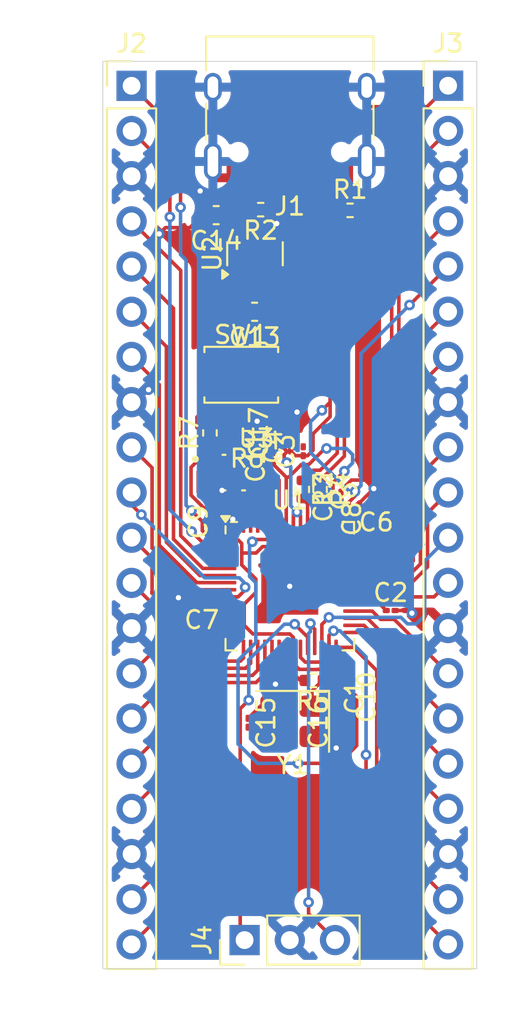
<source format=kicad_pcb>
(kicad_pcb (version 20241229) (generator "pcbnew") (generator_version "9.0")
  (layers (0 "F.Cu" signal) (2 "B.Cu" signal) (13 "F.Paste" user) (15 "B.Paste" user) (5 "F.SilkS" user "F.Silkscreen") (7 "B.SilkS" user "B.Silkscreen") (1 "F.Mask" user) (3 "B.Mask" user) (25 "Edge.Cuts" user))
  (net 0 "")
  (net 1 "+3V3")
  (net 2 "GND")
  (net 3 "+1V1")
  (net 4 "VBUS")
  (net 5 "XIN")
  (net 6 "Net-(C16-Pad2)")
  (net 7 "Net-(J1-CC2)")
  (net 8 "USB_D-")
  (net 9 "Net-(J1-CC1)")
  (net 10 "USB_D+")
  (net 11 "GPIO15")
  (net 12 "GPIO7")
  (net 13 "GPIO12")
  (net 14 "GPIO0")
  (net 15 "GPIO1")
  (net 16 "GPIO10")
  (net 17 "GPIO13")
  (net 18 "GPIO3")
  (net 19 "GPIO11")
  (net 20 "GPIO2")
  (net 21 "GPIO9")
  (net 22 "GPIO4")
  (net 23 "GPIO6")
  (net 24 "GPIO8")
  (net 25 "GPIO5")
  (net 26 "GPIO14")
  (net 27 "GPIO25")
  (net 28 "GPIO17")
  (net 29 "GPIO23")
  (net 30 "GPIO16")
  (net 31 "GPIO18")
  (net 32 "GPIO22")
  (net 33 "GPIO21")
  (net 34 "GPIO19")
  (net 35 "GPIO24")
  (net 36 "GPIO27_ADC1")
  (net 37 "GPIO26_ADC0")
  (net 38 "RUN")
  (net 39 "GPIO28_ADC2")
  (net 40 "GPIO20")
  (net 41 "SWD")
  (net 42 "SWCLK")
  (net 43 "Net-(U1-USB_DP)")
  (net 44 "Net-(U1-USB_DM)")
  (net 45 "XOUT")
  (net 46 "QSPI_SS")
  (net 47 "Net-(R7-Pad1)")
  (net 48 "QSPI_SCLK")
  (net 49 "QSPI_SD0")
  (net 50 "QSPI_SD1")
  (net 51 "QSPI_SD3")
  (net 52 "QSPI_SD2")
  (net 53 "GPIO29_ADC3")
  (footprint "Capacitor_SMD:C_01005_0402Metric" (layer "F.Cu") (at 205.78 95.02 -90)
    (property "Reference" "C1")
    (property "Value" "1uF")
  )
  (footprint "Capacitor_SMD:C_0603_1608Metric" (layer "F.Cu") (at 201.17 73.36 180)
    (property "Reference" "C13")
    (property "Value" "10uF")
  )
  (footprint "Capacitor_SMD:C_01005_0402Metric" (layer "F.Cu") (at 206.02 83.75 90)
    (property "Reference" "C12")
    (property "Value" "C")
  )
  (footprint "Connector_PinHeader_2.54mm:PinHeader_1x03_P2.54mm_Vertical" (layer "F.Cu") (at 200.605 108.675 90)
    (property "Reference" "J4")
    (property "Value" "Conn_01x03")
  )
  (footprint "Resistor_SMD:R_0402_1005Metric" (layer "F.Cu") (at 198.66 80.17 90)
    (property "Reference" "R7")
    (property "Value" "1K")
  )
  (footprint "Connector_PinHeader_2.54mm:PinHeader_1x20_P2.54mm_Vertical" (layer "F.Cu") (at 212.035 60.655)
    (property "Reference" "J3")
    (property "Value" "Conn_01x20")
  )
  (footprint "Capacitor_SMD:C_0603_1608Metric" (layer "F.Cu") (at 199.01 67.93 180)
    (property "Reference" "C14")
    (property "Value" "10uF")
  )
  (footprint "Resistor_SMD:R_0402_1005Metric" (layer "F.Cu") (at 203.845 83.3475 -90)
    (property "Reference" "R3")
    (property "Value" "27")
  )
  (footprint "Capacitor_SMD:C_01005_0402Metric" (layer "F.Cu") (at 208 86.19)
    (property "Reference" "C6")
    (property "Value" "0.1uF")
  )
  (footprint "Capacitor_SMD:C_01005_0402Metric" (layer "F.Cu") (at 203.9 81.2 90)
    (property "Reference" "C3")
    (property "Value" "0.1uF")
  )
  (footprint "Resistor_SMD:R_0402_1005Metric" (layer "F.Cu") (at 204.47 94.08 180)
    (property "Reference" "R5")
    (property "Value" "1K")
  )
  (footprint "Capacitor_SMD:C_01005_0402Metric" (layer "F.Cu") (at 206.45 95.02 -90)
    (property "Reference" "C10")
    (property "Value" "C")
  )
  (footprint "Capacitor_SMD:C_01005_0402Metric" (layer "F.Cu") (at 208.81 90.15)
    (property "Reference" "C2")
    (property "Value" "0.1uF")
  )
  (footprint "Resistor_SMD:R_0402_1005Metric" (layer "F.Cu") (at 201.51 67.62 180)
    (property "Reference" "R2")
    (property "Value" "5.1K")
  )
  (footprint "Capacitor_SMD:C_01005_0402Metric" (layer "F.Cu") (at 205.75 96.49 90)
    (property "Reference" "C16")
    (property "Value" "33pF")
  )
  (footprint "Connector_PinHeader_2.54mm:PinHeader_1x20_P2.54mm_Vertical" (layer "F.Cu") (at 194.26 60.66)
    (property "Reference" "J2")
    (property "Value" "Conn_01x20")
  )
  (footprint "Connector_USB:USB_C_Receptacle_HRO_TYPE-C-31-M-12" (layer "F.Cu") (at 203.145 61.785 180)
    (property "Reference" "J1")
    (property "Value" "USB_C_Receptacle_USB2.0_14P")
  )
  (footprint "Capacitor_SMD:C_01005_0402Metric" (layer "F.Cu") (at 202.4 80.15 90)
    (property "Reference" "C17")
    (property "Value" "0.1uF")
  )
  (footprint "Capacitor_SMD:C_01005_0402Metric" (layer "F.Cu") (at 207.63 84.994999 90)
    (property "Reference" "C8")
    (property "Value" "0.1uF")
  )
  (footprint "Resistor_SMD:R_0402_1005Metric" (layer "F.Cu") (at 206.53 67.66)
    (property "Reference" "R1")
    (property "Value" "5.1K")
  )
  (footprint "Resistor_SMD:R_0402_1005Metric" (layer "F.Cu") (at 200.76 80.44 180)
    (property "Reference" "R6")
    (property "Value" "10K")
  )
  (footprint "Capacitor_SMD:C_01005_0402Metric" (layer "F.Cu") (at 200.81 96.46 -90)
    (property "Reference" "C15")
    (property "Value" "33pF")
  )
  (footprint "Capacitor_SMD:C_01005_0402Metric" (layer "F.Cu") (at 206.818751 84.342771 45)
    (property "Reference" "C5")
    (property "Value" "0.1uF")
  )
  (footprint "Button_Switch_SMD:SW_Push_SPST_NO_Alps_SKRK" (layer "F.Cu") (at 200.42 76.9)
    (property "Reference" "SW1")
    (property "Value" "SW_Push")
  )
  (footprint "Package_TO_SOT_SMD:SOT-23" (layer "F.Cu") (at 201.19 70.1 90)
    (property "Reference" "U2")
    (property "Value" "MCP1700x-330xxTT")
  )
  (footprint "Capacitor_SMD:C_01005_0402Metric" (layer "F.Cu") (at 203.2 80.94 90)
    (property "Reference" "C4")
    (property "Value" "0.1uF")
  )
  (footprint "Resistor_SMD:R_0402_1005Metric" (layer "F.Cu") (at 204.845 83.3475 -90)
    (property "Reference" "R4")
    (property "Value" "27")
  )
  (footprint "Crystal:Crystal_SMD_3225-4Pin_3.2x2.5mm" (layer "F.Cu") (at 203.29 96.38 180)
    (property "Reference" "Y1")
    (property "Value" "12 MHz")
  )
  (footprint "Package_DFN_QFN:QFN-56-1EP_7x7mm_P0.4mm_EP3.2x3.2mm" (layer "F.Cu") (at 203.145 88.785)
    (property "Reference" "U1")
    (property "Value" "RP2040")
  )
  (footprint "Capacitor_SMD:C_01005_0402Metric" (layer "F.Cu") (at 199.01 85.17 90)
    (property "Reference" "C9")
    (property "Value" "0.1uF")
  )
  (footprint "Capacitor_SMD:C_01005_0402Metric" (layer "F.Cu") (at 202.23 81.52 90)
    (property "Reference" "C11")
    (property "Value" "C")
  )
  (footprint "Capacitor_SMD:C_01005_0402Metric" (layer "F.Cu") (at 198.2 89.68 180)
    (property "Reference" "C7")
    (property "Value" "0.1uF")
  )
  (footprint "W25Q16JVUXIQ_TR:IC_W25Q16JVUXIQ_TR" (layer "F.Cu") (at 200 82.4)
    (property "Reference" "U3")
    (property "Value" "W25Q16JVZPIQ TR")
  )
  (gr_rect (start 192.645 59.285) (end 213.645 110.285) (stroke (width 0.05)) (fill no) (layer "Edge.Cuts"))
  (segment (start 199.7075 85.7075) (end 199.7075 86.185) (width 0.2) (layer "F.Cu") (net 1))
  (segment (start 205.68 86.552226) (end 206.048226 86.184) (width 0.2) (layer "F.Cu") (net 1))
  (segment (start 202.83 81.69527) (end 202.83 81.39) (width 0.2) (layer "F.Cu") (net 1))
  (segment (start 203.345 91.665) (end 203.15 91.47) (width 0.2) (layer "F.Cu") (net 1))
  (segment (start 200.246 86.185) (end 199.7075 86.185) (width 0.2) (layer "F.Cu") (net 1))
  (segment (start 206.045 89.785) (end 205.68 89.42) (width 0.2) (layer "F.Cu") (net 1))
  (segment (start 204.95 78.9) (end 204.95 78.952) (width 0.2) (layer "F.Cu") (net 1))
  (segment (start 206.876607 83.647103) (end 206.476637 84.047073) (width 0.2) (layer "F.Cu") (net 1))
  (segment (start 212.035 70.815) (end 209.87 72.98) (width 0.2) (layer "F.Cu") (net 1))
  (segment (start 200.446 86.92) (end 200.446 86.385) (width 0.2) (layer "F.Cu") (net 1))
  (segment (start 204.95 78.9) (end 205.408 78.442) (width 0.2) (layer "F.Cu") (net 1))
  (segment (start 203.745 84.817064) (end 203.545 84.617064) (width 0.2) (layer "F.Cu") (net 1))
  (segment (start 208.195 89.785) (end 206.5825 89.785) (width 0.2) (layer "F.Cu") (net 1))
  (segment (start 200.58396 89.79004) (end 200.589 89.785) (width 0.2) (layer "F.Cu") (net 1))
  (segment (start 206.5825 89.785) (end 206.045 89.785) (width 0.2) (layer "F.Cu") (net 1))
  (segment (start 201.25 81.65) (end 201.25 80.459999) (width 0.2) (layer "F.Cu") (net 1))
  (segment (start 204.649659 93.47) (end 204.290341 93.47) (width 0.2) (layer "F.Cu") (net 1))
  (segment (start 199.7075 89.785) (end 200.589 89.785) (width 0.2) (layer "F.Cu") (net 1))
  (segment (start 207.75 86.19) (end 207.75 85.364999) (width 0.2) (layer "F.Cu") (net 1))
  (segment (start 206.476637 84.047073) (end 206.476637 84.354211) (width 0.2) (layer "F.Cu") (net 1))
  (segment (start 204.290341 93.47) (end 204.279341 93.459) (width 0.2) (layer "F.Cu") (net 1))
  (segment (start 198.555 89.785) (end 198.45 89.68) (width 0.2) (layer "F.Cu") (net 1))
  (segment (start 205.685 86.185) (end 206.03 86.185) (width 0.2) (layer "F.Cu") (net 1))
  (segment (start 203.679 93.459) (end 203.345 93.125) (width 0.2) (layer "F.Cu") (net 1))
  (segment (start 201.269999 80.44) (end 200.69 79.860001) (width 0.2) (layer "F.Cu") (net 1))
  (segment (start 204.14 81.45) (end 204.45 81.14) (width 0.2) (layer "F.Cu") (net 1))
  (segment (start 205.408 78.442) (end 205.408 78.44) (width 0.2) (layer "F.Cu") (net 1))
  (segment (start 205.78 93.939661) (end 205.299339 93.459) (width 0.2) (layer "F.Cu") (net 1))
  (segment (start 200.58396 90.98089) (end 200.58396 89.79004) (width 0.2) (layer "F.Cu") (net 1))
  (segment (start 202.966176 81.19) (end 203.2 81.19) (width 0.2) (layer "F.Cu") (net 1))
  (segment (start 209.87 72.98) (end 209.869 72.98) (width 0.2) (layer "F.Cu") (net 1))
  (segment (start 201.60991 86.561) (end 202.8961 86.561) (width 0.2) (layer "F.Cu") (net 1))
  (segment (start 204.279341 93.459) (end 203.679 93.459) (width 0.2) (layer "F.Cu") (net 1))
  (segment (start 203.345 84.901) (end 203.345 85.3475) (width 0.2) (layer "F.Cu") (net 1))
  (segment (start 208.56 90.15) (end 208.195 89.785) (width 0.2) (layer "F.Cu") (net 1))
  (segment (start 199.42 85.42) (end 199.7075 85.7075) (width 0.2) (layer "F.Cu") (net 1))
  (segment (start 206.03 86.185) (end 206.5825 86.185) (width 0.2) (layer "F.Cu") (net 1))
  (segment (start 205.408 79.262) (end 205.408 78.442) (width 0.2) (layer "F.Cu") (net 1))
  (segment (start 204.45 81.14) (end 204.45 80.22) (width 0.2) (layer "F.Cu") (net 1))
  (segment (start 205.345 85.845) (end 205.685 86.185) (width 0.2) (layer "F.Cu") (net 1))
  (segment (start 206.048226 86.184) (end 206.1 86.184) (width 0.2) (layer "F.Cu") (net 1))
  (segment (start 199.7075 89.785) (end 198.555 89.785) (width 0.2) (layer "F.Cu") (net 1))
  (segment (start 202.501 78.920943) (end 202.99 79.409943) (width 0.2) (layer "F.Cu") (net 1))
  (segment (start 205.345 85.3475) (end 205.345 85.845) (width 0.2) (layer "F.Cu") (net 1))
  (segment (start 207.75 85.364999) (end 207.63 85.244999) (width 0.2) (layer "F.Cu") (net 1))
  (segment (start 206.809265 83.459265) (end 206.876607 83.526607) (width 0.2) (layer "F.Cu") (net 1))
  (segment (start 203.46 81.45) (end 203.2 81.19) (width 0.2) (layer "F.Cu") (net 1))
  (segment (start 201.945 73.36) (end 205.408 76.823) (width 0.2) (layer "F.Cu") (net 1))
  (segment (start 201.23795 88.380176) (end 200.446 87.588226) (width 0.2) (layer "F.Cu") (net 1))
  (segment (start 206.476637 84.354211) (end 206.641974 84.519548) (width 0.2) (layer "F.Cu") (net 1))
  (segment (start 199.01 85.42) (end 199.42 85.42) (width 0.2) (layer "F.Cu") (net 1))
  (segment (start 202.633824 80.4) (end 202.74 80.506176) (width 0.2) (layer "F.Cu") (net 1))
  (segment (start 202.83 81.39) (end 203.03 81.19) (width 0.2) (layer "F.Cu") (net 1))
  (segment (start 205.299339 93.459) (end 204.660659 93.459) (width 0.2) (layer "F.Cu") (net 1))
  (segment (start 207.367425 85.244999) (end 206.641974 84.519548) (width 0.2) (layer "F.Cu") (net 1))
  (segment (start 200.446 86.92) (end 201.25091 86.92) (width 0.2) (layer "F.Cu") (net 1))
  (segment (start 200.589 89.785) (end 200.96 89.414) (width 0.2) (layer "F.Cu") (net 1))
  (segment (start 201.07307 91.47) (end 200.58396 90.98089) (width 0.2) (layer "F.Cu") (net 1))
  (segment (start 203.03 81.19) (end 203.2 81.19) (width 0.2) (layer "F.Cu") (net 1))
  (segment (start 203.482936 84.617064) (end 203.346 84.754) (width 0.2) (layer "F.Cu") (net 1))
  (segment (start 207.63 85.244999) (end 207.367425 85.244999) (width 0.2) (layer "F.Cu") (net 1))
  (segment (start 199.7075 86.185) (end 199.7235 86.169) (width 0.2) (layer "F.Cu") (net 1))
  (segment (start 203.346 84.754) (end 203.346 84.9) (width 0.2) (layer "F.Cu") (net 1))
  (segment (start 202.74 80.506176) (end 202.74 80.963824) (width 0.2) (layer "F.Cu") (net 1))
  (segment (start 205.408 76.823) (end 205.408 78.44) (width 0.2) (layer "F.Cu") (net 1))
  (segment (start 200.899 78.911) (end 202.501 78.911) (width 0.2) (layer "F.Cu") (net 1))
  (segment (start 205.814022 85.3475) (end 206.641974 84.519548) (width 0.2) (layer "F.Cu") (net 1))
  (segment (start 205.68 89.42) (end 205.68 86.552226) (width 0.2) (layer "F.Cu") (net 1))
  (segment (start 206.5825 86.185) (end 207.745 86.185) (width 0.2) (layer "F.Cu") (net 1))
  (segment (start 205.745 85.3475) (end 205.814022 85.3475) (width 0.2) (layer "F.Cu") (net 1))
  (segment (start 203.9 81.45) (end 203.46 81.45) (width 0.2) (layer "F.Cu") (net 1))
  (segment (start 200.446 87.588226) (end 200.446 86.92) (width 0.2) (layer "F.Cu") (net 1))
  (segment (start 203.15 91.47) (end 201.07307 91.47) (width 0.2) (layer "F.Cu") (net 1))
  (segment (start 202.501 78.911) (end 202.501 78.920943) (width 0.2) (layer "F.Cu") (net 1))
  (segment (start 200.96 89.414) (end 200.96 89.41) (width 0.2) (layer "F.Cu") (net 1))
  (segment (start 202.99 79.409943) (end 202.99 80.043824) (width 0.2) (layer "F.Cu") (net 1))
  (segment (start 203.345 93.125) (end 203.345 92.2225) (width 0.2) (layer "F.Cu") (net 1))
  (segment (start 206.876607 83.526607) (end 206.876607 83.647103) (width 0.2) (layer "F.Cu") (net 1))
  (segment (start 204.45 80.22) (end 205.408 79.262) (width 0.2) (layer "F.Cu") (net 1))
  (segment (start 203.745 85.3475) (end 203.745 84.817064) (width 0.2) (layer "F.Cu") (net 1))
  (segment (start 203.345 86.1121) (end 203.345 85.3475) (width 0.2) (layer "F.Cu") (net 1))
  (segment (start 200.69 79.860001) (end 200.69 79.12) (width 0.2) (layer "F.Cu") (net 1))
  (segment (start 201.269999 80.44) (end 201.399999 80.57) (width 0.2) (layer "F.Cu") (net 1))
  (segment (start 203.545 84.617064) (end 203.482936 84.617064) (width 0.2) (layer "F.Cu") (net 1))
  (segment (start 202.8961 86.561) (end 203.345 86.1121) (width 0.2) (layer "F.Cu") (net 1))
  (segment (start 203.9 81.45) (end 204.14 81.45) (width 0.2) (layer "F.Cu") (net 1))
  (segment (start 202.99 80.043824) (end 202.633824 80.4) (width 0.2) (layer "F.Cu") (net 1))
  (segment (start 205.78 94.77) (end 205.78 93.939661) (width 0.2) (layer "F.Cu") (net 1))
  (segment (start 201.25091 86.92) (end 201.60991 86.561) (width 0.2) (layer "F.Cu") (net 1))
  (segment (start 201.25 80.459999) (end 201.269999 80.44) (width 0.2) (layer "F.Cu") (net 1))
  (segment (start 200.69 79.12) (end 200.899 78.911) (width 0.2) (layer "F.Cu") (net 1))
  (segment (start 203.345 92.2225) (end 203.345 91.665) (width 0.2) (layer "F.Cu") (net 1))
  (segment (start 202.972365 81.837635) (end 202.83 81.69527) (width 0.2) (layer "F.Cu") (net 1))
  (segment (start 203.346 84.9) (end 203.345 84.901) (width 0.2) (layer "F.Cu") (net 1))
  (segment (start 207.745 86.185) (end 207.75 86.19) (width 0.2) (layer "F.Cu") (net 1))
  (segment (start 200.96 89.41) (end 201.23795 89.13205) (width 0.2) (layer "F.Cu") (net 1))
  (segment (start 202.633824 80.4) (end 202.4 80.4) (width 0.2) (layer "F.Cu") (net 1))
  (segment (start 204.660659 93.459) (end 204.649659 93.47) (width 0.2) (layer "F.Cu") (net 1))
  (segment (start 200.446 86.385) (end 200.246 86.185) (width 0.2) (layer "F.Cu") (net 1))
  (segment (start 201.23795 89.13205) (end 201.23795 88.380176) (width 0.2) (layer "F.Cu") (net 1))
  (segment (start 202.74 80.963824) (end 202.966176 81.19) (width 0.2) (layer "F.Cu") (net 1))
  (via (at 206.809265 83.459265) (size 0.6) (drill 0.3) (layers "F.Cu" "B.Cu") (net 1))
  (via (at 203.545 84.617064) (size 0.6) (drill 0.3) (layers "F.Cu" "B.Cu") (net 1))
  (via (at 209.869 72.98) (size 0.6) (drill 0.3) (layers "F.Cu" "B.Cu") (net 1))
  (via (at 204.95 78.9) (size 0.6) (drill 0.3) (layers "F.Cu" "B.Cu") (net 1))
  (via (at 202.972365 81.837635) (size 0.6) (drill 0.3) (layers "F.Cu" "B.Cu") (net 1))
  (segment (start 204.31 81.27) (end 206.499265 83.459265) (width 0.2) (layer "B.Cu") (net 1))
  (segment (start 207.14 83.12853) (end 206.809265 83.459265) (width 0.2) (layer "B.Cu") (net 1))
  (segment (start 202.972365 81.837635) (end 203.2 82.06527) (width 0.2) (layer "B.Cu") (net 1))
  (segment (start 204.95 78.9) (end 204.31 79.54) (width 0.2) (layer "B.Cu") (net 1))
  (segment (start 209.869 72.98) (end 207.14 75.709) (width 0.2) (layer "B.Cu") (net 1))
  (segment (start 203.2 84.272065) (end 203.545 84.617064) (width 0.2) (layer "B.Cu") (net 1))
  (segment (start 207.14 75.709) (end 207.14 83.12853) (width 0.2) (layer "B.Cu") (net 1))
  (segment (start 206.499265 83.459265) (end 206.809265 83.459265) (width 0.2) (layer "B.Cu") (net 1))
  (segment (start 204.31 79.54) (end 204.31 81.27) (width 0.2) (layer "B.Cu") (net 1))
  (segment (start 203.2 82.06527) (end 203.2 84.272065) (width 0.2) (layer "B.Cu") (net 1))
  (segment (start 203.55 79) (end 203.55 80.34) (width 0.2) (layer "F.Cu") (net 2))
  (segment (start 199.31 66.64) (end 198.18 66.64) (width 0.2) (layer "F.Cu") (net 2))
  (segment (start 199.895 66.055) (end 199.31 66.64) (width 0.2) (layer "F.Cu") (net 2))
  (segment (start 194.511265 78.44) (end 195.212 77.739265) (width 0.2) (layer "F.Cu") (net 2))
  (segment (start 205.78 95.536176) (end 206.201 95.957176) (width 0.2) (layer "F.Cu") (net 2))
  (segment (start 206.6 82.82) (end 207.38 82.82) (width 0.2) (layer "F.Cu") (net 2))
  (segment (start 201.49 95.53) (end 200.81 96.21) (width 0.2) (layer "F.Cu") (net 2))
  (segment (start 206.995528 84.164472) (end 207.86 83.3) (width 0.2) (layer "F.Cu") (net 2))
  (segment (start 204.39 97.23) (end 205.26 97.23) (width 0.2) (layer "F.Cu") (net 2))
  (segment (start 198.75 83.15) (end 199.09 83.15) (width 0.2) (layer "F.Cu") (net 2))
  (segment (start 206.02 83.5) (end 206.02 83.4) (width 0.2) (layer "F.Cu") (net 2))
  (segment (start 202.23 81.27) (end 201.949 80.989) (width 0.2) (layer "F.Cu") (net 2))
  (segment (start 201.699 79.9) (end 201.31 79.511) (width 0.2) (layer "F.Cu") (net 2))
  (segment (start 202.19 95.53) (end 201.49 95.53) (width 0.2) (layer "F.Cu") (net 2))
  (segment (start 206.45 95.27) (end 205.78 95.27) (width 0.2) (layer "F.Cu") (net 2))
  (segment (start 206.201 96.522824) (end 205.983824 96.74) (width 0.2) (layer "F.Cu") (net 2))
  (segment (start 201.949 80.989) (end 201.949 80.15) (width 0.2) (layer "F.Cu") (net 2))
  (segment (start 199.01 84.92) (end 199.47 84.92) (width 0.2) (layer "F.Cu") (net 2))
  (segment (start 201.949 80.15) (end 201.699 79.9) (width 0.2) (layer "F.Cu") (net 2))
  (segment (start 205.75 96.74) (end 205.75 97.88) (width 0.2) (layer "F.Cu") (net 2))
  (segment (start 208.25 84.9) (end 208.25 86.19) (width 0.2) (layer "F.Cu") (net 2))
  (segment (start 207.86 83.3) (end 207.86 84.514999) (width 0.2) (layer "F.Cu") (net 2))
  (segment (start 203.145 88.785) (end 203.14 88.79) (width 0.2) (layer "F.Cu") (net 2))
  (segment (start 207.38 82.82) (end 207.86 83.3) (width 0.2) (layer "F.Cu") (net 2))
  (segment (start 205.26 97.23) (end 205.75 96.74) (width 0.2) (layer "F.Cu") (net 2))
  (segment (start 207.86 84.514999) (end 207.63 84.744999) (width 0.2) (layer "F.Cu") (net 2))
  (segment (start 195.81 68.981473) (end 196.160473 68.631) (width 0.2) (layer "F.Cu") (net 2))
  (segment (start 197.14 89.68) (end 196.89 89.43) (width 0.2) (layer "F.Cu") (net 2))
  (segment (start 198.18 66.64) (end 198.11 66.57) (width 0.2) (layer "F.Cu") (net 2))
  (segment (start 201.026969 67.62) (end 201.806969 68.4) (width 0.2) (layer "F.Cu") (net 2))
  (segment (start 199.47 84.92) (end 199.62 85.07) (width 0.2) (layer "F.Cu") (net 2))
  (segment (start 206.201 95.957176) (end 206.201 96.522824) (width 0.2) (layer "F.Cu") (net 2))
  (segment (start 202.4 79.9) (end 201.699 79.9) (width 0.2) (layer "F.Cu") (net 2))
  (segment (start 201.806969 68.4) (end 202.41 68.4) (width 0.2) (layer "F.Cu") (net 2))
  (segment (start 206.02 83.4) (end 206.6 82.82) (width 0.2) (layer "F.Cu") (net 2))
  (segment (start 197.534 68.631) (end 198.235 67.93) (width 0.2) (layer "F.Cu") (net 2))
  (segment (start 207.7225 84.652499) (end 208.002499 84.652499) (width 0.2) (layer "F.Cu") (net 2))
  (segment (start 209.06 90.15) (end 209.85 90.15) (width 0.2) (layer "F.Cu") (net 2))
  (segment (start 199.895 65.83) (end 199.895 66.055) (width 0.2) (layer "F.Cu") (net 2))
  (segment (start 205.983824 96.74) (end 205.75 96.74) (width 0.2) (layer "F.Cu") (net 2))
  (segment (start 201.000001 67.62) (end 201.026969 67.62) (width 0.2) (layer "F.Cu") (net 2))
  (segment (start 199.895 85.07) (end 199.945 85.02) (width 0.2) (layer "F.Cu") (net 2))
  (segment (start 206.995528 84.165994) (end 206.995528 84.164472) (width 0.2) (layer "F.Cu") (net 2))
  (segment (start 203.55 80.34) (end 203.2 80.69) (width 0.2) (layer "F.Cu") (net 2))
  (segment (start 202.145 92.2225) (end 202.145 94.095) (width 0.2) (layer "F.Cu") (net 2))
  (segment (start 207.63 84.744999) (end 207.7225 84.652499) (width 0.2) (layer "F.Cu") (net 2))
  (segment (start 196.160473 68.631) (end 197.534 68.631) (width 0.2) (layer "F.Cu") (net 2))
  (segment (start 194.26 78.44) (end 194.511265 78.44) (width 0.2) (layer "F.Cu") (net 2))
  (segment (start 202.145 94.095) (end 202.34 94.29) (width 0.2) (layer "F.Cu") (net 2))
  (segment (start 205.78 95.27) (end 205.78 95.536176) (width 0.2) (layer "F.Cu") (net 2))
  (segment (start 197.95 89.68) (end 197.14 89.68) (width 0.2) (layer "F.Cu") (net 2))
  (segment (start 208.002499 84.652499) (end 208.25 84.9) (width 0.2) (layer "F.Cu") (net 2))
  (segment (start 199.09 83.15) (end 199.34 83.4) (width 0.2) (layer "F.Cu") (net 2))
  (segment (start 209.85 90.15) (end 210 90.3) (width 0.2) (layer "F.Cu") (net 2))
  (segment (start 199.62 85.07) (end 199.895 85.07) (width 0.2) (layer "F.Cu") (net 2))
  (via (at 199.945 85.02) (size 0.6) (drill 0.3) (layers "F.Cu" "B.Cu") (net 2))
  (via (at 199.34 83.4) (size 0.6) (drill 0.3) (layers "F.Cu" "B.Cu") (net 2))
  (via (at 202.34 94.29) (size 0.6) (drill 0.3) (layers "F.Cu" "B.Cu") (net 2))
  (via (at 201.31 79.511) (size 0.6) (drill 0.3) (layers "F.Cu" "B.Cu") (net 2))
  (via (at 202.41 68.4) (size 0.6) (drill 0.3) (layers "F.Cu" "B.Cu") (net 2))
  (via (at 210 90.3) (size 0.6) (drill 0.3) (layers "F.Cu" "B.Cu") (net 2))
  (via (at 203.55 79) (size 0.6) (drill 0.3) (layers "F.Cu" "B.Cu") (net 2))
  (via (at 195.212 77.739265) (size 0.6) (drill 0.3) (layers "F.Cu" "B.Cu") (net 2))
  (via (at 195.81 68.981473) (size 0.6) (drill 0.3) (layers "F.Cu" "B.Cu") (net 2))
  (via (at 198.11 66.57) (size 0.6) (drill 0.3) (layers "F.Cu" "B.Cu") (net 2))
  (via (at 196.89 89.43) (size 0.6) (drill 0.3) (layers "F.Cu" "B.Cu") (net 2))
  (via (at 203.14 88.79) (size 0.6) (drill 0.3) (layers "F.Cu" "B.Cu") (net 2))
  (via (at 207.86 83.3) (size 0.6) (drill 0.3) (layers "F.Cu" "B.Cu") (net 2))
  (via (at 205.75 97.88) (size 0.6) (drill 0.3) (layers "F.Cu" "B.Cu") (net 2))
  (segment (start 200.23 84.29) (end 199.34 83.4) (width 0.2) (layer "B.Cu") (net 2))
  (segment (start 200.23 84.735) (end 200.23 84.29) (width 0.2) (layer "B.Cu") (net 2))
  (segment (start 195.212 77.739265) (end 195.81 77.141265) (width 0.2) (layer "B.Cu") (net 2))
  (segment (start 199.945 85.02) (end 200.23 84.735) (width 0.2) (layer "B.Cu") (net 2))
  (segment (start 195.81 77.141265) (end 195.81 68.981473) (width 0.2) (layer "B.Cu") (net 2))
  (segment (start 201.160966 86.16) (end 202.73 86.16) (width 0.2) (layer "F.Cu") (net 3))
  (segment (start 201.03737 86.283597) (end 201.160966 86.16) (width 0.2) (layer "F.Cu") (net 3))
  (segment (start 203.745 92.2225) (end 203.745 92.785) (width 0.2) (layer "F.Cu") (net 3))
  (segment (start 203.083361 82.6588) (end 203.791161 81.951) (width 0.2) (layer "F.Cu") (net 3))
  (segment (start 205.23 84.52) (end 205.6 84.52) (width 0.2) (layer "F.Cu") (net 3))
  (segment (start 206.901 97.749) (end 206.901 94.987176) (width 0.2) (layer "F.Cu") (net 3))
  (segment (start 202.945 82.6588) (end 202.23 81.9438) (width 0.2) (layer "F.Cu") (net 3))
  (segment (start 205.569 83.782824) (end 205.786176 84) (width 0.2) (layer "F.Cu") (net 3))
  (segment (start 202.73 86.16) (end 202.945 85.945) (width 0.2) (layer "F.Cu") (net 3))
  (segment (start 205.91 98.74) (end 206.901 97.749) (width 0.2) (layer "F.Cu") (net 3))
  (segment (start 206.02 84.1) (end 206.02 84) (width 0.2) (layer "F.Cu") (net 3))
  (segment (start 205.113665 81.043435) (end 205.209 81.043435) (width 0.2) (layer "F.Cu") (net 3))
  (segment (start 202.945 82.6588) (end 202.945 85.3475) (width 0.2) (layer "F.Cu") (net 3))
  (segment (start 204.2061 81.951) (end 205.113665 81.043435) (width 0.2) (layer "F.Cu") (net 3))
  (segment (start 203.745 92.785) (end 204.01 93.05) (width 0.2) (layer "F.Cu") (net 3))
  (segment (start 202.23 81.9438) (end 202.23 81.77) (width 0.2) (layer "F.Cu") (net 3))
  (segment (start 205.457439 93.05) (end 206.45 94.042561) (width 0.2) (layer "F.Cu") (net 3))
  (segment (start 206.20978 82.32125) (end 205.569 82.96203) (width 0.2) (layer "F.Cu") (net 3))
  (segment (start 204.01 93.05) (end 205.457439 93.05) (width 0.2) (layer "F.Cu") (net 3))
  (segment (start 204.945 85.3475) (end 204.945 84.805) (width 0.2) (layer "F.Cu") (net 3))
  (segment (start 205.569 82.96203) (end 205.569 83.782824) (width 0.2) (layer "F.Cu") (net 3))
  (segment (start 206.901 94.987176) (end 206.683824 94.77) (width 0.2) (layer "F.Cu") (net 3))
  (segment (start 206.45 94.042561) (end 206.45 94.77) (width 0.2) (layer "F.Cu") (net 3))
  (segment (start 203.791161 81.951) (end 204.2061 81.951) (width 0.2) (layer "F.Cu") (net 3))
  (segment (start 202.945 85.945) (end 202.945 85.3475) (width 0.2) (layer "F.Cu") (net 3))
  (segment (start 205.6 84.52) (end 206.02 84.1) (width 0.2) (layer "F.Cu") (net 3))
  (segment (start 204.945 84.805) (end 205.23 84.52) (width 0.2) (layer "F.Cu") (net 3))
  (segment (start 203.6 98.74) (end 205.91 98.74) (width 0.2) (layer "F.Cu") (net 3))
  (segment (start 205.786176 84) (end 206.02 84) (width 0.2) (layer "F.Cu") (net 3))
  (segment (start 202.945 82.6588) (end 203.083361 82.6588) (width 0.2) (layer "F.Cu") (net 3))
  (segment (start 206.683824 94.77) (end 206.45 94.77) (width 0.2) (layer "F.Cu") (net 3))
  (via (at 205.209 81.043435) (size 0.6) (drill 0.3) (layers "F.Cu" "B.Cu") (net 3))
  (via (at 201.03737 86.283597) (size 0.6) (drill 0.3) (layers "F.Cu" "B.Cu") (net 3))
  (via (at 206.20978 82.32125) (size 0.6) (drill 0.3) (layers "F.Cu" "B.Cu") (net 3))
  (via (at 203.6 98.74) (size 0.6) (drill 0.3) (layers "F.Cu" "B.Cu") (net 3))
  (segment (start 200.239 97.649) (end 201.33 98.74) (width 0.2) (layer "B.Cu") (net 3))
  (segment (start 200.885893 88.239711) (end 201.23795 88.591768) (width 0.2) (layer "B.Cu") (net 3))
  (segment (start 206.67 81.86103) (end 206.20978 82.32125) (width 0.2) (layer "B.Cu") (net 3))
  (segment (start 206.67 81.39) (end 206.67 81.86103) (width 0.2) (layer "B.Cu") (net 3))
  (segment (start 200.239 92.9539) (end 200.239 97.649) (width 0.2) (layer "B.Cu") (net 3))
  (segment (start 205.209 81.043435) (end 206.323435 81.043435) (width 0.2) (layer "B.Cu") (net 3))
  (segment (start 201.03737 86.283597) (end 200.885893 86.435073) (width 0.2) (layer "B.Cu") (net 3))
  (segment (start 201.23795 88.591768) (end 201.23795 91.95495) (width 0.2) (layer "B.Cu") (net 3))
  (segment (start 206.323435 81.043435) (end 206.67 81.39) (width 0.2) (layer "B.Cu") (net 3))
  (segment (start 200.885893 86.435073) (end 200.885893 88.239711) (width 0.2) (layer "B.Cu") (net 3))
  (segment (start 201.23795 91.95495) (end 200.239 92.9539) (width 0.2) (layer "B.Cu") (net 3))
  (segment (start 201.33 98.74) (end 203.6 98.74) (width 0.2) (layer "B.Cu") (net 3))
  (segment (start 200.694999 64.905) (end 201.196999 64.403) (width 0.2) (layer "F.Cu") (net 4))
  (segment (start 205.093001 64.403) (end 205.093001 64.370991) (width 0.2) (layer "F.Cu") (net 4))
  (segment (start 200.694999 66.535001) (end 200.694999 65.83) (width 0.2) (layer "F.Cu") (net 4))
  (segment (start 199.785 67.445) (end 200.694999 66.535001) (width 0.2) (layer "F.Cu") (net 4))
  (segment (start 199.785 68.615) (end 200.332499 69.162499) (width 0.2) (layer "F.Cu") (net 4))
  (segment (start 199.785 67.93) (end 199.785 68.615) (width 0.2) (layer "F.Cu") (net 4))
  (segment (start 200.694999 65.83) (end 200.694999 64.905) (width 0.2) (layer "F.Cu") (net 4))
  (segment (start 210.854 61.836) (end 212.035 60.655) (width 0.2) (layer "F.Cu") (net 4))
  (segment (start 205.595001 64.905) (end 205.595001 65.83) (width 0.2) (layer "F.Cu") (net 4))
  (segment (start 205.093001 64.403) (end 205.595001 64.905) (width 0.2) (layer "F.Cu") (net 4))
  (segment (start 199.785 67.93) (end 199.785 67.445) (width 0.2) (layer "F.Cu") (net 4))
  (segment (start 205.093001 64.370991) (end 207.627992 61.836) (width 0.2) (layer "F.Cu") (net 4))
  (segment (start 201.196999 64.403) (end 205.093001 64.403) (width 0.2) (layer "F.Cu") (net 4))
  (segment (start 207.627992 61.836) (end 210.854 61.836) (width 0.2) (layer "F.Cu") (net 4))
  (segment (start 200.332499 69.162499) (end 201.19 69.162499) (width 0.2) (layer "F.Cu") (net 4))
  (segment (start 202.19 97.23) (end 201.33 97.23) (width 0.2) (layer "F.Cu") (net 5))
  (segment (start 203.191 94.111) (end 202.545 93.465) (width 0.2) (layer "F.Cu") (net 5))
  (segment (start 201.33 97.23) (end 200.81 96.71) (width 0.2) (layer "F.Cu") (net 5))
  (segment (start 202.545 93.465) (end 202.545 92.2225) (width 0.2) (layer "F.Cu") (net 5))
  (segment (start 202.19 97.23) (end 203.191 96.229) (width 0.2) (layer "F.Cu") (net 5))
  (segment (start 203.191 96.229) (end 203.191 94.111) (width 0.2) (layer "F.Cu") (net 5))
  (segment (start 204.39 95.53) (end 204.39 94.669999) (width 0.2) (layer "F.Cu") (net 6))
  (segment (start 204.39 95.53) (end 205.04 95.53) (width 0.2) (layer "F.Cu") (net 6))
  (segment (start 204.39 94.669999) (end 204.979999 94.08) (width 0.2) (layer "F.Cu") (net 6))
  (segment (start 205.04 95.53) (end 205.75 96.24) (width 0.2) (layer "F.Cu") (net 6))
  (segment (start 202.019999 67.62) (end 201.395 66.995001) (width 0.2) (layer "F.Cu") (net 7))
  (segment (start 201.395 66.995001) (end 201.395 65.83) (width 0.2) (layer "F.Cu") (net 7))
  (segment (start 206.21 70.242779) (end 206.21 69.232501) (width 0.2) (layer "F.Cu") (net 8))
  (segment (start 206.21 81.472501) (end 206.21 71.669205) (width 0.2) (layer "F.Cu") (net 8))
  (segment (start 202.944 64.804) (end 203.846 64.804) (width 0.2) (layer "F.Cu") (net 8))
  (segment (start 202.895 64.853) (end 202.944 64.804) (width 0.2) (layer "F.Cu") (net 8))
  (segment (start 206.45 71.429205) (end 206.546415 71.429205) (width 0.2) (layer "F.Cu") (net 8))
  (segment (start 203.895 66.917501) (end 203.895 65.83) (width 0.2) (layer "F.Cu") (net 8))
  (segment (start 203.846 64.804) (end 203.895 64.853) (width 0.2) (layer "F.Cu") (net 8))
  (segment (start 203.895 64.853) (end 203.895 65.83) (width 0.2) (layer "F.Cu") (net 8))
  (segment (start 204.845 82.837501) (end 206.21 81.472501) (width 0.2) (layer "F.Cu") (net 8))
  (segment (start 202.895 65.83) (end 202.895 64.853) (width 0.2) (layer "F.Cu") (net 8))
  (segment (start 206.21 70.589205) (end 206.21 70.469205) (width 0.2) (layer "F.Cu") (net 8))
  (segment (start 206.786415 71.189205) (end 206.786415 71.069205) (width 0.2) (layer "F.Cu") (net 8))
  (segment (start 206.21 69.232501) (end 203.895 66.917501) (width 0.2) (layer "F.Cu") (net 8))
  (segment (start 206.546415 70.829205) (end 206.45 70.829205) (width 0.2) (layer "F.Cu") (net 8))
  (segment (start 206.21 70.469205) (end 206.21 70.242779) (width 0.2) (layer "F.Cu") (net 8))
  (arc (start 206.786415 71.069205) (mid 206.716121 70.899499) (end 206.546415 70.829205) (width 0.2) (layer "F.Cu") (net 8))
  (arc (start 206.546415 71.429205) (mid 206.716121 71.358911) (end 206.786415 71.189205) (width 0.2) (layer "F.Cu") (net 8))
  (arc (start 206.45 70.829205) (mid 206.280294 70.758911) (end 206.21 70.589205) (width 0.2) (layer "F.Cu") (net 8))
  (arc (start 206.21 71.669205) (mid 206.280294 71.499499) (end 206.45 71.429205) (width 0.2) (layer "F.Cu") (net 8))
  (segment (start 206.02 67.66) (end 205.248 67.66) (width 0.2) (layer "F.Cu") (net 9))
  (segment (start 204.395 66.807) (end 204.395 65.829999) (width 0.2) (layer "F.Cu") (net 9))
  (segment (start 205.248 67.66) (end 204.395 66.807) (width 0.2) (layer "F.Cu") (net 9))
  (segment (start 202.395 65.83) (end 202.395 66.807) (width 0.2) (layer "F.Cu") (net 10))
  (segment (start 205.809 70.32772) (end 205.796331 70.695242) (width 0.2) (layer "F.Cu") (net 10))
  (segment (start 203.316 66.856) (end 203.395 66.777) (width 0.2) (layer "F.Cu") (net 10))
  (segment (start 205.809 71.104709) (end 205.796123 71.117591) (width 0.2) (layer "F.Cu") (net 10))
  (segment (start 204.224 82.837501) (end 203.845 82.837501) (width 0.2) (layer "F.Cu") (net 10))
  (segment (start 205.809 69.398601) (end 205.809 70.32772) (width 0.2) (layer "F.Cu") (net 10))
  (segment (start 202.395 66.807) (end 202.444 66.856) (width 0.2) (layer "F.Cu") (net 10))
  (segment (start 205.809 71.481386) (end 205.809 81.306401) (width 0.2) (layer "F.Cu") (net 10))
  (segment (start 205.809 81.306401) (end 204.8489 82.266501) (width 0.2) (layer "F.Cu") (net 10))
  (segment (start 205.809 70.707916) (end 205.809 71.104709) (width 0.2) (layer "F.Cu") (net 10))
  (segment (start 203.395 66.777) (end 203.395 65.83) (width 0.2) (layer "F.Cu") (net 10))
  (segment (start 204.47566 82.266501) (end 204.224 82.518161) (width 0.2) (layer "F.Cu") (net 10))
  (segment (start 204.8489 82.266501) (end 204.47566 82.266501) (width 0.2) (layer "F.Cu") (net 10))
  (segment (start 203.494 67.016501) (end 203.494 67.083601) (width 0.2) (layer "F.Cu") (net 10))
  (segment (start 203.395 66.917501) (end 203.494 67.016501) (width 0.2) (layer "F.Cu") (net 10))
  (segment (start 202.444 66.856) (end 203.316 66.856) (width 0.2) (layer "F.Cu") (net 10))
  (segment (start 204.224 82.518161) (end 204.224 82.837501) (width 0.2) (layer "F.Cu") (net 10))
  (segment (start 203.395 65.83) (end 203.395 66.917501) (width 0.2) (layer "F.Cu") (net 10))
  (segment (start 205.796331 70.695242) (end 205.809 70.707916) (width 0.2) (layer "F.Cu") (net 10))
  (segment (start 203.494 67.083601) (end 205.809 69.398601) (width 0.2) (layer "F.Cu") (net 10))
  (segment (start 205.796123 71.117591) (end 205.809 71.481386) (width 0.2) (layer "F.Cu") (net 10))
  (segment (start 197.94 95.19) (end 198.93 94.2) (width 0.2) (layer "F.Cu") (net 11))
  (segment (start 198.93 94.2) (end 201.25 94.2) (width 0.2) (layer "F.Cu") (net 11))
  (segment (start 194.26 108.92) (end 197.94 105.24) (width 0.2) (layer "F.Cu") (net 11))
  (segment (start 201.745 93.705) (end 201.745 92.2225) (width 0.2) (layer "F.Cu") (net 11))
  (segment (start 201.25 94.2) (end 201.745 93.705) (width 0.2) (layer "F.Cu") (net 11))
  (segment (start 197.94 105.24) (end 197.94 95.19) (width 0.2) (layer "F.Cu") (net 11))
  (segment (start 200.639317 88.988457) (end 200.242774 89.385) (width 0.2) (layer "F.Cu") (net 12))
  (segment (start 200.63695 88.840711) (end 200.639317 88.843078) (width 0.2) (layer "F.Cu") (net 12))
  (segment (start 194.26 84.209) (end 194.811 84.76) (width 0.2) (layer "F.Cu") (net 12))
  (segment (start 194.26 83.52) (end 194.26 84.209) (width 0.2) (layer "F.Cu") (net 12))
  (segment (start 200.639317 88.843078) (end 200.639317 88.988457) (width 0.2) (layer "F.Cu") (net 12))
  (segment (start 200.242774 89.385) (end 199.7075 89.385) (width 0.2) (layer "F.Cu") (net 12))
  (via (at 200.63695 88.840711) (size 0.6) (drill 0.3) (layers "F.Cu" "B.Cu") (net 12))
  (via (at 194.811 84.76) (size 0.6) (drill 0.3) (layers "F.Cu" "B.Cu") (net 12))
  (segment (start 200.63695 88.840711) (end 200.63695 88.631951) (width 0.2) (layer "B.Cu") (net 12))
  (segment (start 200.63695 88.631951) (end 200.320101 88.315102) (width 0.2) (layer "B.Cu") (net 12))
  (segment (start 198.366102 88.315102) (end 194.811 84.76) (width 0.2) (layer "B.Cu") (net 12))
  (segment (start 200.320101 88.315102) (end 198.366102 88.315102) (width 0.2) (layer "B.Cu") (net 12))
  (segment (start 196.737 94.6917) (end 198.4317 92.997) (width 0.2) (layer "F.Cu") (net 13))
  (segment (start 194.26 98.76) (end 196.737 96.283) (width 0.2) (layer "F.Cu") (net 13))
  (segment (start 200.545 92.822) (end 200.545 92.2225) (width 0.2) (layer "F.Cu") (net 13))
  (segment (start 196.737 96.283) (end 196.737 94.6917) (width 0.2) (layer "F.Cu") (net 13))
  (segment (start 200.37 92.997) (end 200.545 92.822) (width 0.2) (layer "F.Cu") (net 13))
  (segment (start 198.4317 92.997) (end 200.37 92.997) (width 0.2) (layer "F.Cu") (net 13))
  (segment (start 198.230853 85.660853) (end 199.155 86.585) (width 0.2) (layer "F.Cu") (net 14))
  (segment (start 198.230853 85.14648) (end 198.230853 85.660853) (width 0.2) (layer "F.Cu") (net 14))
  (segment (start 197.01 67.493142) (end 197.01 63.41) (width 0.2) (layer "F.Cu") (net 14))
  (segment (start 199.155 86.585) (end 199.7075 86.585) (width 0.2) (layer "F.Cu") (net 14))
  (segment (start 197.62 84.535627) (end 198.230853 85.14648) (width 0.2) (layer "F.Cu") (net 14))
  (segment (start 197.01 63.41) (end 194.26 60.66) (width 0.2) (layer "F.Cu") (net 14))
  (via (at 197.01 67.493142) (size 0.6) (drill 0.3) (layers "F.Cu" "B.Cu") (net 14))
  (via (at 197.62 84.535627) (size 0.6) (drill 0.3) (layers "F.Cu" "B.Cu") (net 14))
  (segment (start 197.32 70.457157) (end 197.32 84.235627) (width 0.2) (layer "B.Cu") (net 14))
  (segment (start 197.32 84.235627) (end 197.62 84.535627) (width 0.2) (layer "B.Cu") (net 14))
  (segment (start 197.01 70.147157) (end 197.32 70.457157) (width 0.2) (layer "B.Cu") (net 14))
  (segment (start 197.01 67.493142) (end 197.01 70.147157) (width 0.2) (layer "B.Cu") (net 14))
  (segment (start 196.41 65.35) (end 194.26 63.2) (width 0.2) (layer "F.Cu") (net 15))
  (segment (start 198.564853 86.645147) (end 198.564853 86.664853) (width 0.2) (layer "F.Cu") (net 15))
  (segment (start 196.41 68.03) (end 196.41 65.35) (width 0.2) (layer "F.Cu") (net 15))
  (segment (start 197.629853 85.710147) (end 198.564853 86.645147) (width 0.2) (layer "F.Cu") (net 15))
  (segment (start 198.904706 86.985) (end 199.7075 86.985) (width 0.2) (layer "F.Cu") (net 15))
  (segment (start 197.629853 85.710147) (end 198.904706 86.985) (width 0.2) (layer "F.Cu") (net 15))
  (via (at 196.41 68.03) (size 0.6) (drill 0.3) (layers "F.Cu" "B.Cu") (net 15))
  (via (at 197.629853 85.710147) (size 0.6) (drill 0.3) (layers "F.Cu" "B.Cu") (net 15))
  (segment (start 196.41 84.490294) (end 197.629853 85.710147) (width 0.2) (layer "B.Cu") (net 15))
  (segment (start 196.41 68.03) (end 196.41 84.490294) (width 0.2) (layer "B.Cu") (net 15))
  (segment (start 194.26 93.68) (end 196.955 90.985) (width 0.2) (layer "F.Cu") (net 16))
  (segment (start 196.955 90.985) (end 199.7075 90.985) (width 0.2) (layer "F.Cu") (net 16))
  (segment (start 198.5978 93.398) (end 200.662 93.398) (width 0.2) (layer "F.Cu") (net 17))
  (segment (start 197.138 94.8578) (end 198.5978 93.398) (width 0.2) (layer "F.Cu") (net 17))
  (segment (start 194.26 101.3) (end 197.138 98.422) (width 0.2) (layer "F.Cu") (net 17))
  (segment (start 197.138 98.422) (end 197.138 94.8578) (width 0.2) (layer "F.Cu") (net 17))
  (segment (start 200.945 93.115) (end 200.945 92.2225) (width 0.2) (layer "F.Cu") (net 17))
  (segment (start 200.662 93.398) (end 200.945 93.115) (width 0.2) (layer "F.Cu") (net 17))
  (segment (start 196.614 73.174) (end 196.614 86.1398) (width 0.2) (layer "F.Cu") (net 18))
  (segment (start 194.26 70.82) (end 196.614 73.174) (width 0.2) (layer "F.Cu") (net 18))
  (segment (start 196.614 86.1398) (end 198.2592 87.785) (width 0.2) (layer "F.Cu") (net 18))
  (segment (start 198.2592 87.785) (end 199.7075 87.785) (width 0.2) (layer "F.Cu") (net 18))
  (segment (start 196.3 92.52) (end 197.435 91.385) (width 0.2) (layer "F.Cu") (net 19))
  (segment (start 196.3 94.18) (end 196.3 92.52) (width 0.2) (layer "F.Cu") (net 19))
  (segment (start 197.435 91.385) (end 199.7075 91.385) (width 0.2) (layer "F.Cu") (net 19))
  (segment (start 194.26 96.22) (end 196.3 94.18) (width 0.2) (layer "F.Cu") (net 19))
  (segment (start 199.7075 87.385) (end 198.456177 87.385) (width 0.2) (layer "F.Cu") (net 20))
  (segment (start 198.456177 87.385) (end 197.02 85.948823) (width 0.2) (layer "F.Cu") (net 20))
  (segment (start 197.02 85.948823) (end 197.02 71.04) (width 0.2) (layer "F.Cu") (net 20))
  (segment (start 197.02 71.04) (end 194.26 68.28) (width 0.2) (layer "F.Cu") (net 20))
  (segment (start 194.26 88.6) (end 196.245 90.585) (width 0.2) (layer "F.Cu") (net 21))
  (segment (start 196.245 90.585) (end 199.7075 90.585) (width 0.2) (layer "F.Cu") (net 21))
  (segment (start 198.0921 88.185) (end 199.7075 88.185) (width 0.2) (layer "F.Cu") (net 22))
  (segment (start 196.213 86.3059) (end 198.0921 88.185) (width 0.2) (layer "F.Cu") (net 22))
  (segment (start 194.26 73.36) (end 196.213 75.313) (width 0.2) (layer "F.Cu") (net 22))
  (segment (start 196.213 75.313) (end 196.213 86.3059) (width 0.2) (layer "F.Cu") (net 22))
  (segment (start 194.26 80.98) (end 195.411 82.131) (width 0.2) (layer "F.Cu") (net 23))
  (segment (start 197.7521 88.985) (end 199.7075 88.985) (width 0.2) (layer "F.Cu") (net 23))
  (segment (start 195.411 82.131) (end 195.411 86.6439) (width 0.2) (layer "F.Cu") (net 23))
  (segment (start 195.411 86.6439) (end 197.7521 88.985) (width 0.2) (layer "F.Cu") (net 23))
  (segment (start 195.411 87.211) (end 195.411 89.07676) (width 0.2) (layer "F.Cu") (net 24))
  (segment (start 194.26 86.06) (end 195.411 87.211) (width 0.2) (layer "F.Cu") (net 24))
  (segment (start 196.4121 90.185) (end 199.7075 90.185) (width 0.2) (layer "F.Cu") (net 24))
  (segment (start 195.411 89.07676) (end 195.4 89.08776) (width 0.2) (layer "F.Cu") (net 24))
  (segment (start 195.4 89.08776) (end 195.4 89.1729) (width 0.2) (layer "F.Cu") (net 24))
  (segment (start 195.4 89.1729) (end 196.4121 90.185) (width 0.2) (layer "F.Cu") (net 24))
  (segment (start 195.812 86.472) (end 197.925 88.585) (width 0.2) (layer "F.Cu") (net 25))
  (segment (start 197.925 88.585) (end 199.7075 88.585) (width 0.2) (layer "F.Cu") (net 25))
  (segment (start 194.26 75.9) (end 195.812 77.452) (width 0.2) (layer "F.Cu") (net 25))
  (segment (start 195.812 77.452) (end 195.812 86.472) (width 0.2) (layer "F.Cu") (net 25))
  (segment (start 201.051 93.799) (end 201.345 93.505) (width 0.2) (layer "F.Cu") (net 26))
  (segment (start 197.539 103.101) (end 197.539 95.0239) (width 0.2) (layer "F.Cu") (net 26))
  (segment (start 198.7639 93.799) (end 201.051 93.799) (width 0.2) (layer "F.Cu") (net 26))
  (segment (start 197.539 95.0239) (end 198.7639 93.799) (width 0.2) (layer "F.Cu") (net 26))
  (segment (start 194.26 106.38) (end 197.539 103.101) (width 0.2) (layer "F.Cu") (net 26))
  (segment (start 201.345 93.505) (end 201.345 92.2225) (width 0.2) (layer "F.Cu") (net 26))
  (segment (start 210.078 87.362) (end 210.078 77.852) (width 0.2) (layer "F.Cu") (net 27))
  (segment (start 206.5825 88.185) (end 209.255 88.185) (width 0.2) (layer "F.Cu") (net 27))
  (segment (start 210.078 77.852) (end 212.035 75.895) (width 0.2) (layer "F.Cu") (net 27))
  (segment (start 209.255 88.185) (end 210.078 87.362) (width 0.2) (layer "F.Cu") (net 27))
  (segment (start 212.035 106.375) (end 208.027 102.367) (width 0.2) (layer "F.Cu") (net 28))
  (segment (start 206.7225 92.2225) (end 205.745 92.2225) (width 0.2) (layer "F.Cu") (net 28))
  (segment (start 208.027 93.527) (end 206.7225 92.2225) (width 0.2) (layer "F.Cu") (net 28))
  (segment (start 208.027 102.367) (end 208.027 93.527) (width 0.2) (layer "F.Cu") (net 28))
  (segment (start 209.595 88.985) (end 210.88 87.7) (width 0.2) (layer "F.Cu") (net 29))
  (segment (start 206.5825 88.985) (end 209.595 88.985) (width 0.2) (layer "F.Cu") (net 29))
  (segment (start 210.88 84.67) (end 212.035 83.515) (width 0.2) (layer "F.Cu") (net 29))
  (segment (start 210.88 87.7) (end 210.88 84.67) (width 0.2) (layer "F.Cu") (net 29))
  (segment (start 207.427 104.307) (end 212.035 108.915) (width 0.2) (layer "F.Cu") (net 30))
  (segment (start 207.427 98.26) (end 207.427 104.307) (width 0.2) (layer "F.Cu") (net 30))
  (segment (start 205.599111 91.293343) (end 205.345 91.547454) (width 0.2) (layer "F.Cu") (net 30))
  (segment (start 205.345 91.547454) (end 205.345 92.2225) (width 0.2) (layer "F.Cu") (net 30))
  (via (at 207.427 98.26) (size 0.6) (drill 0.3) (layers "F.Cu" "B.Cu") (net 30))
  (via (at 205.599111 91.293343) (size 0.6) (drill 0.3) (layers "F.Cu" "B.Cu") (net 30))
  (segment (start 205.962152 91.293343) (end 205.599111 91.293343) (width 0.2) (layer "B.Cu") (net 30))
  (segment (start 207.427 92.758191) (end 205.962152 91.293343) (width 0.2) (layer "B.Cu") (net 30))
  (segment (start 207.427 98.26) (end 207.427 92.758191) (width 0.2) (layer "B.Cu") (net 30))
  (segment (start 212.035 101.295) (end 208.428 97.688) (width 0.2) (layer "F.Cu") (net 31))
  (segment (start 207.1469 91.385) (end 206.5825 91.385) (width 0.2) (layer "F.Cu") (net 31))
  (segment (start 208.428 92.6661) (end 207.1469 91.385) (width 0.2) (layer "F.Cu") (net 31))
  (segment (start 208.428 97.688) (end 208.428 92.6661) (width 0.2) (layer "F.Cu") (net 31))
  (segment (start 211.245 89.385) (end 206.5825 89.385) (width 0.2) (layer "F.Cu") (net 32))
  (segment (start 212.035 88.595) (end 211.245 89.385) (width 0.2) (layer "F.Cu") (net 32))
  (segment (start 209.01 90.65) (end 208.24 90.65) (width 0.2) (layer "F.Cu") (net 33))
  (segment (start 207.775 90.185) (end 206.5825 90.185) (width 0.2) (layer "F.Cu") (net 33))
  (segment (start 208.24 90.65) (end 207.775 90.185) (width 0.2) (layer "F.Cu") (net 33))
  (segment (start 212.035 93.675) (end 209.01 90.65) (width 0.2) (layer "F.Cu") (net 33))
  (segment (start 212.035 98.755) (end 208.829 95.549) (width 0.2) (layer "F.Cu") (net 34))
  (segment (start 206.5825 90.985) (end 207.314 90.985) (width 0.2) (layer "F.Cu") (net 34))
  (segment (start 207.314 90.985) (end 208.829 92.5) (width 0.2) (layer "F.Cu") (net 34))
  (segment (start 208.829 95.549) (end 208.829 92.5) (width 0.2) (layer "F.Cu") (net 34))
  (segment (start 210.479 87.5339) (end 210.479 82.531) (width 0.2) (layer "F.Cu") (net 35))
  (segment (start 209.4279 88.585) (end 210.479 87.5339) (width 0.2) (layer "F.Cu") (net 35))
  (segment (start 210.479 82.531) (end 212.035 80.975) (width 0.2) (layer "F.Cu") (net 35))
  (segment (start 206.5825 88.585) (end 209.4279 88.585) (width 0.2) (layer "F.Cu") (net 35))
  (segment (start 209.269 71.041) (end 209.269 87.0368) (width 0.2) (layer "F.Cu") (net 36))
  (segment (start 212.035 68.275) (end 209.269 71.041) (width 0.2) (layer "F.Cu") (net 36))
  (segment (start 209.269 87.0368) (end 208.9208 87.385) (width 0.2) (layer "F.Cu") (net 36))
  (segment (start 208.9208 87.385) (end 206.5825 87.385) (width 0.2) (layer "F.Cu") (net 36))
  (segment (start 209.0879 87.785) (end 209.67 87.2029) (width 0.2) (layer "F.Cu") (net 37))
  (segment (start 209.67 87.2029) (end 209.67 75.72) (width 0.2) (layer "F.Cu") (net 37))
  (segment (start 206.5825 87.785) (end 209.0879 87.785) (width 0.2) (layer "F.Cu") (net 37))
  (segment (start 209.67 75.72) (end 212.035 73.355) (width 0.2) (layer "F.Cu") (net 37))
  (segment (start 204.945 92.2225) (end 204.945 90.932394) (width 0.2) (layer "F.Cu") (net 38))
  (segment (start 204.945 90.932394) (end 205.341412 90.535982) (width 0.2) (layer "F.Cu") (net 38))
  (via (at 205.341412 90.535982) (size 0.6) (drill 0.3) (layers "F.Cu" "B.Cu") (net 38))
  (segment (start 210.72 90.429943) (end 210.72 87.37) (width 0.2) (layer "B.Cu") (net 38))
  (segment (start 205.341412 90.535982) (end 209.386039 90.535982) (width 0.2) (layer "B.Cu") (net 38))
  (segment (start 209.751057 90.901) (end 210.248943 90.901) (width 0.2) (layer "B.Cu") (net 38))
  (segment (start 209.386039 90.535982) (end 209.751057 90.901) (width 0.2) (layer "B.Cu") (net 38))
  (segment (start 210.248943 90.901) (end 210.72 90.429943) (width 0.2) (layer "B.Cu") (net 38))
  (segment (start 210.72 87.37) (end 212.035 86.055) (width 0.2) (layer "B.Cu") (net 38))
  (segment (start 208.868 66.362) (end 208.868 86.8707) (width 0.2) (layer "F.Cu") (net 39))
  (segment (start 208.7537 86.985) (end 206.5825 86.985) (width 0.2) (layer "F.Cu") (net 39))
  (segment (start 212.035 63.195) (end 208.868 66.362) (width 0.2) (layer "F.Cu") (net 39))
  (segment (start 208.868 86.8707) (end 208.7537 86.985) (width 0.2) (layer "F.Cu") (net 39))
  (segment (start 206.5825 90.585) (end 207.495 90.585) (width 0.2) (layer "F.Cu") (net 40))
  (segment (start 209.23 92.32) (end 209.23 93.41) (width 0.2) (layer "F.Cu") (net 40))
  (segment (start 207.495 90.585) (end 209.23 92.32) (width 0.2) (layer "F.Cu") (net 40))
  (segment (start 209.23 93.41) (end 212.035 96.215) (width 0.2) (layer "F.Cu") (net 40))
  (segment (start 204.2 107.190001) (end 204.2 106.55) (width 0.2) (layer "F.Cu") (net 41))
  (segment (start 204.3 90.95147) (end 204.545 91.19647) (width 0.2) (layer "F.Cu") (net 41))
  (segment (start 204.3 90.885002) (end 204.3 90.95147) (width 0.2) (layer "F.Cu") (net 41))
  (segment (start 204.545 91.19647) (end 204.545 92.2225) (width 0.2) (layer "F.Cu") (net 41))
  (segment (start 205.684999 108.675) (end 204.2 107.190001) (width 0.2) (layer "F.Cu") (net 41))
  (via (at 204.2 106.55) (size 0.6) (drill 0.3) (layers "F.Cu" "B.Cu") (net 41))
  (via (at 204.3 90.885002) (size 0.6) (drill 0.3) (layers "F.Cu" "B.Cu") (net 41))
  (segment (start 204.3 90.885002) (end 204.300248 90.88525) (width 0.2) (layer "B.Cu") (net 41))
  (segment (start 204.300248 90.88525) (end 204.300248 91.342934) (width 0.2) (layer "B.Cu") (net 41))
  (segment (start 204.2 91.443182) (end 204.2 106.55) (width 0.2) (layer "B.Cu") (net 41))
  (segment (start 204.300248 91.342934) (end 204.2 91.443182) (width 0.2) (layer "B.Cu") (net 41))
  (segment (start 203.42 90.92) (end 204.145 91.645) (width 0.2) (layer "F.Cu") (net 42))
  (segment (start 200.359 95.671) (end 200.84 95.19) (width 0.2) (layer "F.Cu") (net 42))
  (segment (start 204.145 91.645) (end 204.145 92.2225) (width 0.2) (layer "F.Cu") (net 42))
  (segment (start 200.359 108.429) (end 200.359 95.671) (width 0.2) (layer "F.Cu") (net 42))
  (segment (start 200.605 108.675) (end 200.359 108.429) (width 0.2) (layer "F.Cu") (net 42))
  (via (at 203.42 90.92) (size 0.6) (drill 0.3) (layers "F.Cu" "B.Cu") (net 42))
  (via (at 200.84 95.19) (size 0.6) (drill 0.3) (layers "F.Cu" "B.Cu") (net 42))
  (segment (start 203.42 90.92) (end 202.84 90.92) (width 0.2) (layer "B.Cu") (net 42))
  (segment (start 200.84 92.92) (end 200.84 95.19) (width 0.2) (layer "B.Cu") (net 42))
  (segment (start 202.84 90.92) (end 200.84 92.92) (width 0.2) (layer "B.Cu") (net 42))
  (segment (start 204.145 84.157499) (end 203.845 83.857499) (width 0.2) (layer "F.Cu") (net 43))
  (segment (start 204.145 85.3475) (end 204.145 84.157499) (width 0.2) (layer "F.Cu") (net 43))
  (segment (start 204.545 84.157499) (end 204.845 83.857499) (width 0.2) (layer "F.Cu") (net 44))
  (segment (start 204.545 85.3475) (end 204.545 84.157499) (width 0.2) (layer "F.Cu") (net 44))
  (segment (start 203.960001 94.08) (end 203.7329 94.08) (width 0.2) (layer "F.Cu") (net 45))
  (segment (start 203.7329 94.08) (end 202.945 93.2921) (width 0.2) (layer "F.Cu") (net 45))
  (segment (start 202.945 93.2921) (end 202.945 92.2225) (width 0.2) (layer "F.Cu") (net 45))
  (segment (start 200.47 84.42) (end 198.3529 84.42) (width 0.2) (layer "F.Cu") (net 46))
  (segment (start 197.599 82.101) (end 198.05 81.65) (width 0.2) (layer "F.Cu") (net 46))
  (segment (start 200.230001 80.42) (end 200.230001 80.080001) (width 0.2) (layer "F.Cu") (net 46))
  (segment (start 199.810001 79.660001) (end 198.66 79.660001) (width 0.2) (layer "F.Cu") (net 46))
  (segment (start 198.05 81.65) (end 198.75 81.65) (width 0.2) (layer "F.Cu") (net 46))
  (segment (start 198.3529 84.42) (end 197.599 83.6661) (width 0.2) (layer "F.Cu") (net 46))
  (segment (start 200.120001 80.57) (end 199.58 80.57) (width 0.2) (layer "F.Cu") (net 46))
  (segment (start 197.599 83.6661) (end 197.599 82.101) (width 0.2) (layer "F.Cu") (net 46))
  (segment (start 200.250001 80.44) (end 200.120001 80.57) (width 0.2) (layer "F.Cu") (net 46))
  (segment (start 200.230001 80.080001) (end 199.810001 79.660001) (width 0.2) (layer "F.Cu") (net 46))
  (segment (start 200.545 85.3475) (end 200.545 84.495) (width 0.2) (layer "F.Cu") (net 46))
  (segment (start 199.02934 81.250999) (end 198.899001 81.250999) (width 0.2) (layer "F.Cu") (net 46))
  (segment (start 198.899001 81.250999) (end 198.75 81.4) (width 0.2) (layer "F.Cu") (net 46))
  (segment (start 199.58 80.57) (end 199.281 80.869) (width 0.2) (layer "F.Cu") (net 46))
  (segment (start 200.250001 80.44) (end 200.230001 80.42) (width 0.2) (layer "F.Cu") (net 46))
  (segment (start 200.545 84.495) (end 200.47 84.42) (width 0.2) (layer "F.Cu") (net 46))
  (segment (start 199.281 80.869) (end 199.281 80.999339) (width 0.2) (layer "F.Cu") (net 46))
  (segment (start 199.281 80.999339) (end 199.02934 81.250999) (width 0.2) (layer "F.Cu") (net 46))
  (segment (start 198.75 81.4) (end 198.75 81.65) (width 0.2) (layer "F.Cu") (net 46))
  (segment (start 198.66 80.599999) (end 197.93 79.869999) (width 0.2) (layer "F.Cu") (net 47))
  (segment (start 198.66 80.679999) (end 198.66 80.599999) (width 0.2) (layer "F.Cu") (net 47))
  (segment (start 198.7 78.51) (end 202.27 78.51) (width 0.2) (layer "F.Cu") (net 47))
  (segment (start 197.93 79.28) (end 198.7 78.51) (width 0.2) (layer "F.Cu") (net 47))
  (segment (start 197.93 79.869999) (end 197.93 79.28) (width 0.2) (layer "F.Cu") (net 47))
  (segment (start 202.52 78.26) (end 202.52 76.9) (width 0.2) (layer "F.Cu") (net 47))
  (segment (start 202.27 78.51) (end 202.52 78.26) (width 0.2) (layer "F.Cu") (net 47))
  (segment (start 201.802 82.65) (end 202.145 82.993) (width 0.2) (layer "F.Cu") (net 48))
  (segment (start 201.25 82.65) (end 201.802 82.65) (width 0.2) (layer "F.Cu") (net 48))
  (segment (start 202.145 82.993) (end 202.145 85.3475) (width 0.2) (layer "F.Cu") (net 48))
  (segment (start 201.58 83.15) (end 201.745 83.315) (width 0.2) (layer "F.Cu") (net 49))
  (segment (start 201.25 83.15) (end 201.58 83.15) (width 0.2) (layer "F.Cu") (net 49))
  (segment (start 201.745 83.315) (end 201.745 85.3475) (width 0.2) (layer "F.Cu") (net 49))
  (segment (start 198.198 82.15) (end 198 82.348) (width 0.2) (layer "F.Cu") (net 50))
  (segment (start 198 83.5) (end 198.5 84) (width 0.2) (layer "F.Cu") (net 50))
  (segment (start 200.945 84.305) (end 200.945 85.3475) (width 0.2) (layer "F.Cu") (net 50))
  (segment (start 198.5 84) (end 200.64 84) (width 0.2) (layer "F.Cu") (net 50))
  (segment (start 200.64 84) (end 200.945 84.305) (width 0.2) (layer "F.Cu") (net 50))
  (segment (start 198.75 82.15) (end 198.198 82.15) (width 0.2) (layer "F.Cu") (net 50))
  (segment (start 198 82.348) (end 198 83.5) (width 0.2) (layer "F.Cu") (net 50))
  (segment (start 202.545 85.3475) (end 202.545 82.8259) (width 0.2) (layer "F.Cu") (net 51))
  (segment (start 202.545 82.8259) (end 201.8691 82.15) (width 0.2) (layer "F.Cu") (net 51))
  (segment (start 201.8691 82.15) (end 201.25 82.15) (width 0.2) (layer "F.Cu") (net 51))
  (segment (start 201.345 85.3475) (end 201.345 84.1379) (width 0.2) (layer "F.Cu") (net 52))
  (segment (start 199.749 81.22) (end 199.549 81.42) (width 0.2) (layer "F.Cu") (net 52))
  (segment (start 200.53 81.46) (end 200.29 81.22) (width 0.2) (layer "F.Cu") (net 52))
  (segment (start 199.549 82.403) (end 199.302 82.65) (width 0.2) (layer "F.Cu") (net 52))
  (segment (start 199.549 81.42) (end 199.549 82.403) (width 0.2) (layer "F.Cu") (net 52))
  (segment (start 200.53 83.3229) (end 200.53 81.46) (width 0.2) (layer "F.Cu") (net 52))
  (segment (start 199.302 82.65) (end 198.75 82.65) (width 0.2) (layer "F.Cu") (net 52))
  (segment (start 201.345 84.1379) (end 200.53 83.3229) (width 0.2) (layer "F.Cu") (net 52))
  (segment (start 200.29 81.22) (end 199.749 81.22) (width 0.2) (layer "F.Cu") (net 52))
  (zone (net 2) (net_name "GND") (layers "F.Cu" "B.Cu") (connect_pads (clearance 0.5)) (min_thickness 0.25) (fill yes (thermal_gap 0.5) (thermal_bridge_width 0.5))
    (polygon (pts (xy 192.9 59.16) (xy 213.9 59.16) (xy 213.64 110.28) (xy 192.9 110.15)))
  )
)
</source>
